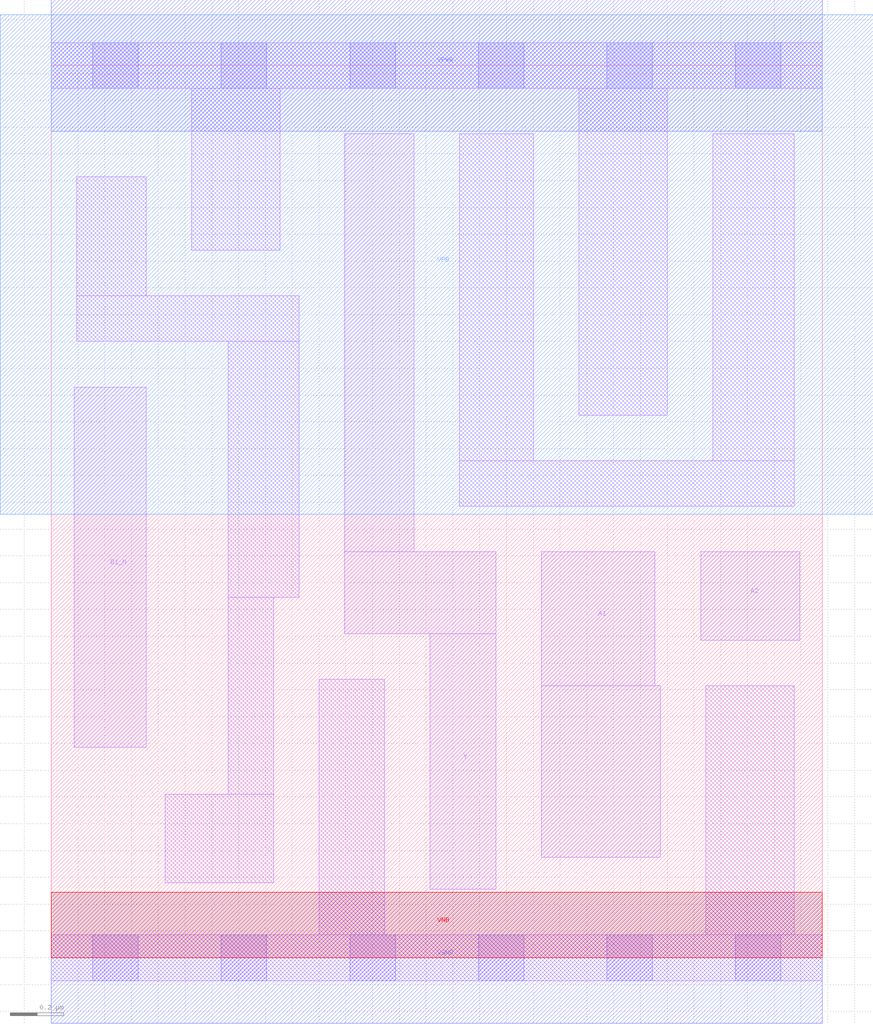
<source format=lef>
# Copyright 2020 The SkyWater PDK Authors
#
# Licensed under the Apache License, Version 2.0 (the "License");
# you may not use this file except in compliance with the License.
# You may obtain a copy of the License at
#
#     https://www.apache.org/licenses/LICENSE-2.0
#
# Unless required by applicable law or agreed to in writing, software
# distributed under the License is distributed on an "AS IS" BASIS,
# WITHOUT WARRANTIES OR CONDITIONS OF ANY KIND, either express or implied.
# See the License for the specific language governing permissions and
# limitations under the License.
#
# SPDX-License-Identifier: Apache-2.0

VERSION 5.7 ;
  NOWIREEXTENSIONATPIN ON ;
  DIVIDERCHAR "/" ;
  BUSBITCHARS "[]" ;
MACRO sky130_fd_sc_lp__a21boi_1
  CLASS CORE ;
  FOREIGN sky130_fd_sc_lp__a21boi_1 ;
  ORIGIN  0.000000  0.000000 ;
  SIZE  2.880000 BY  3.330000 ;
  SYMMETRY X Y R90 ;
  SITE unit ;
  PIN A1
    ANTENNAGATEAREA  0.315000 ;
    DIRECTION INPUT ;
    USE SIGNAL ;
    PORT
      LAYER li1 ;
        RECT 1.830000 0.375000 2.275000 1.015000 ;
        RECT 1.830000 1.015000 2.255000 1.515000 ;
    END
  END A1
  PIN A2
    ANTENNAGATEAREA  0.315000 ;
    DIRECTION INPUT ;
    USE SIGNAL ;
    PORT
      LAYER li1 ;
        RECT 2.425000 1.185000 2.795000 1.515000 ;
    END
  END A2
  PIN B1_N
    ANTENNAGATEAREA  0.126000 ;
    DIRECTION INPUT ;
    USE SIGNAL ;
    PORT
      LAYER li1 ;
        RECT 0.085000 0.785000 0.355000 2.130000 ;
    END
  END B1_N
  PIN Y
    ANTENNADIFFAREA  0.623700 ;
    DIRECTION OUTPUT ;
    USE SIGNAL ;
    PORT
      LAYER li1 ;
        RECT 1.095000 1.210000 1.660000 1.515000 ;
        RECT 1.095000 1.515000 1.355000 3.075000 ;
        RECT 1.415000 0.255000 1.660000 1.210000 ;
    END
  END Y
  PIN VGND
    DIRECTION INOUT ;
    USE GROUND ;
    PORT
      LAYER met1 ;
        RECT 0.000000 -0.245000 2.880000 0.245000 ;
    END
  END VGND
  PIN VNB
    DIRECTION INOUT ;
    USE GROUND ;
    PORT
      LAYER pwell ;
        RECT 0.000000 0.000000 2.880000 0.245000 ;
    END
  END VNB
  PIN VPB
    DIRECTION INOUT ;
    USE POWER ;
    PORT
      LAYER nwell ;
        RECT -0.190000 1.655000 3.070000 3.520000 ;
    END
  END VPB
  PIN VPWR
    DIRECTION INOUT ;
    USE POWER ;
    PORT
      LAYER met1 ;
        RECT 0.000000 3.085000 2.880000 3.575000 ;
    END
  END VPWR
  OBS
    LAYER li1 ;
      RECT 0.000000 -0.085000 2.880000 0.085000 ;
      RECT 0.000000  3.245000 2.880000 3.415000 ;
      RECT 0.095000  2.300000 0.925000 2.470000 ;
      RECT 0.095000  2.470000 0.355000 2.915000 ;
      RECT 0.425000  0.280000 0.830000 0.610000 ;
      RECT 0.525000  2.640000 0.855000 3.245000 ;
      RECT 0.660000  0.610000 0.830000 1.345000 ;
      RECT 0.660000  1.345000 0.925000 2.300000 ;
      RECT 1.000000  0.085000 1.245000 1.040000 ;
      RECT 1.525000  1.685000 2.775000 1.855000 ;
      RECT 1.525000  1.855000 1.800000 3.075000 ;
      RECT 1.970000  2.025000 2.300000 3.245000 ;
      RECT 2.445000  0.085000 2.775000 1.015000 ;
      RECT 2.470000  1.855000 2.775000 3.075000 ;
    LAYER mcon ;
      RECT 0.155000 -0.085000 0.325000 0.085000 ;
      RECT 0.155000  3.245000 0.325000 3.415000 ;
      RECT 0.635000 -0.085000 0.805000 0.085000 ;
      RECT 0.635000  3.245000 0.805000 3.415000 ;
      RECT 1.115000 -0.085000 1.285000 0.085000 ;
      RECT 1.115000  3.245000 1.285000 3.415000 ;
      RECT 1.595000 -0.085000 1.765000 0.085000 ;
      RECT 1.595000  3.245000 1.765000 3.415000 ;
      RECT 2.075000 -0.085000 2.245000 0.085000 ;
      RECT 2.075000  3.245000 2.245000 3.415000 ;
      RECT 2.555000 -0.085000 2.725000 0.085000 ;
      RECT 2.555000  3.245000 2.725000 3.415000 ;
  END
END sky130_fd_sc_lp__a21boi_1
END LIBRARY

</source>
